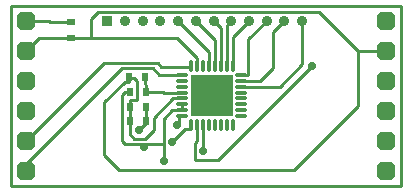
<source format=gbl>
G04 Layer_Physical_Order=2*
G04 Layer_Color=16711680*
%FSLAX44Y44*%
%MOMM*%
G71*
G01*
G75*
%ADD11C,0.2500*%
G04:AMPARAMS|DCode=12|XSize=1.6002mm|YSize=1.6002mm|CornerRadius=0mm|HoleSize=0mm|Usage=FLASHONLY|Rotation=270.000|XOffset=0mm|YOffset=0mm|HoleType=Round|Shape=Octagon|*
%AMOCTAGOND12*
4,1,8,-0.4001,-0.8001,0.4001,-0.8001,0.8001,-0.4001,0.8001,0.4001,0.4001,0.8001,-0.4001,0.8001,-0.8001,0.4001,-0.8001,-0.4001,-0.4001,-0.8001,0.0*
%
%ADD12OCTAGOND12*%

%ADD13R,0.8999X0.8999*%
%ADD14C,0.8999*%
%ADD15C,0.7000*%
G04:AMPARAMS|DCode=16|XSize=1mm|YSize=0.3mm|CornerRadius=0mm|HoleSize=0mm|Usage=FLASHONLY|Rotation=90.000|XOffset=0mm|YOffset=0mm|HoleType=Round|Shape=Octagon|*
%AMOCTAGOND16*
4,1,8,0.0750,0.5000,-0.0750,0.5000,-0.1500,0.4250,-0.1500,-0.4250,-0.0750,-0.5000,0.0750,-0.5000,0.1500,-0.4250,0.1500,0.4250,0.0750,0.5000,0.0*
%
%ADD16OCTAGOND16*%

G04:AMPARAMS|DCode=17|XSize=1mm|YSize=0.3mm|CornerRadius=0mm|HoleSize=0mm|Usage=FLASHONLY|Rotation=180.000|XOffset=0mm|YOffset=0mm|HoleType=Round|Shape=Octagon|*
%AMOCTAGOND17*
4,1,8,-0.5000,0.0750,-0.5000,-0.0750,-0.4250,-0.1500,0.4250,-0.1500,0.5000,-0.0750,0.5000,0.0750,0.4250,0.1500,-0.4250,0.1500,-0.5000,0.0750,0.0*
%
%ADD17OCTAGOND17*%

G04:AMPARAMS|DCode=18|XSize=1mm|YSize=0.35mm|CornerRadius=0mm|HoleSize=0mm|Usage=FLASHONLY|Rotation=270.000|XOffset=0mm|YOffset=0mm|HoleType=Round|Shape=Octagon|*
%AMOCTAGOND18*
4,1,8,-0.0875,-0.5000,0.0875,-0.5000,0.1750,-0.4125,0.1750,0.4125,0.0875,0.5000,-0.0875,0.5000,-0.1750,0.4125,-0.1750,-0.4125,-0.0875,-0.5000,0.0*
%
%ADD18OCTAGOND18*%

%ADD19R,0.6000X0.8000*%
%ADD20R,0.8000X0.6000*%
G36*
X188550Y275000D02*
X153550D01*
Y310000D01*
X188550D01*
Y275000D01*
D02*
G37*
D11*
X295050Y283800D02*
Y330200D01*
X240647Y229397D02*
X295050Y283800D01*
X92603Y229397D02*
X240647D01*
X295050Y330200D02*
X318770D01*
X261776Y363474D02*
X295050Y330200D01*
X74930Y363474D02*
X261776D01*
X80000Y242000D02*
X92603Y229397D01*
X80000Y242000D02*
Y287010D01*
X97282Y304292D01*
X13970Y228600D02*
Y234375D01*
X111146Y251387D02*
X130478D01*
X1270Y215900D02*
Y368300D01*
X331470D01*
Y215900D02*
Y368300D01*
X1270Y215900D02*
X331470D01*
X128364Y316992D02*
X153550D01*
X101492Y288290D02*
X107950D01*
X101242Y307086D02*
X105410D01*
X101242D02*
Y308150D01*
Y304292D02*
Y307086D01*
X97282Y304292D02*
X101242D01*
X130478Y251387D02*
Y272835D01*
Y236806D02*
Y251387D01*
X97790Y295656D02*
X101496D01*
X97857Y251387D02*
X111146D01*
X201930Y310000D02*
Y339979D01*
X143510Y269541D02*
Y275000D01*
X148106Y263750D02*
X153550D01*
X24892Y341122D02*
X52070D01*
X13970Y330200D02*
X24892Y341122D01*
X52070D02*
X141278D01*
X158550Y323850D01*
Y317500D02*
Y323850D01*
X69088Y341122D02*
Y357632D01*
X74930Y363474D01*
X101746Y259552D02*
Y270900D01*
Y259552D02*
X105410Y255888D01*
X114156D01*
X121666Y263398D01*
Y273744D01*
X137922Y290000D01*
X146050D01*
X34036Y354584D02*
X52070D01*
X33020Y355600D02*
X34036Y354584D01*
X13970Y355600D02*
X33020D01*
X101496Y295650D02*
Y295656D01*
X94996Y292862D02*
X97790Y295656D01*
X94996Y254248D02*
Y292862D01*
X130478Y272835D02*
X137643Y280000D01*
X146050D01*
X196050Y300000D02*
X228372D01*
X247551Y319179D01*
Y355600D01*
X188550Y317500D02*
Y341600D01*
X202550Y355600D01*
X183550Y317500D02*
Y351599D01*
X187551Y355600D01*
X173550Y317500D02*
Y339601D01*
X157551Y355600D02*
X173550Y339601D01*
X196050Y310000D02*
X201930D01*
Y339979D02*
X217551Y355600D01*
X196050Y305000D02*
X212090D01*
X223012Y315922D01*
Y346062D01*
X232550Y355600D01*
X163550Y245084D02*
Y267500D01*
X153550Y263750D02*
Y267500D01*
X137504Y253148D02*
X148106Y263750D01*
X158550Y254054D02*
Y267500D01*
X156718Y252222D02*
X158550Y254054D01*
X156718Y238252D02*
Y252222D01*
Y238252D02*
X176276D01*
X255524Y317500D01*
X115208Y268878D02*
Y270900D01*
X109220Y262890D02*
X115208Y268878D01*
X111146Y251387D02*
X113904Y248630D01*
X94996Y254248D02*
X97857Y251387D01*
X143510Y275000D02*
X146050D01*
X141550Y267581D02*
X143510Y269541D01*
X178550Y317500D02*
Y349600D01*
X172550Y355600D02*
X178550Y349600D01*
X142550Y355600D02*
X168550Y329600D01*
Y317500D02*
Y329600D01*
X153550Y316992D02*
Y317500D01*
X125455Y319901D02*
X128364Y316992D01*
X79871Y319901D02*
X125455D01*
X13970Y254000D02*
X79871Y319901D01*
X13970Y234375D02*
X94996Y315401D01*
X120904D01*
X126305Y310000D01*
X146050D01*
X105410Y307086D02*
X107950Y304546D01*
Y288290D02*
Y304546D01*
X101492Y283150D02*
Y288290D01*
Y277114D02*
Y283150D01*
Y277114D02*
X101746Y276860D01*
Y270900D02*
Y276860D01*
X146050Y280000D02*
Y285000D01*
X114954Y277114D02*
Y283150D01*
Y277114D02*
X115208Y276860D01*
Y270900D02*
Y276860D01*
X130698Y295000D02*
X146050D01*
X130048Y295650D02*
X130698Y295000D01*
X114958Y295650D02*
X130048D01*
X114704Y302006D02*
Y308150D01*
Y302006D02*
X114958Y301752D01*
Y295650D02*
Y301752D01*
D12*
X318770Y228600D02*
D03*
Y254000D02*
D03*
Y279400D02*
D03*
Y304800D02*
D03*
Y330200D02*
D03*
Y355600D02*
D03*
X13970Y228600D02*
D03*
Y254000D02*
D03*
Y279400D02*
D03*
Y304800D02*
D03*
Y330200D02*
D03*
Y355600D02*
D03*
D13*
X82550D02*
D03*
D14*
X97551D02*
D03*
X112550D02*
D03*
X127551D02*
D03*
X142550D02*
D03*
X157551D02*
D03*
X172550D02*
D03*
X187551D02*
D03*
X202550D02*
D03*
X217551D02*
D03*
X232550D02*
D03*
X247551D02*
D03*
D15*
X130478Y236806D02*
D03*
X163550Y245084D02*
D03*
X137504Y253148D02*
D03*
X255524Y317500D02*
D03*
X109220Y262890D02*
D03*
X113904Y248630D02*
D03*
X141550Y267581D02*
D03*
D16*
X153550Y317500D02*
D03*
X158550D02*
D03*
X163550D02*
D03*
X168550D02*
D03*
X173550D02*
D03*
X178550D02*
D03*
X183550D02*
D03*
X188550D02*
D03*
X183550Y267500D02*
D03*
X178550D02*
D03*
X173550D02*
D03*
X168550D02*
D03*
X163550D02*
D03*
X158550D02*
D03*
X153550D02*
D03*
D17*
X196050Y310000D02*
D03*
Y305000D02*
D03*
Y300000D02*
D03*
Y295000D02*
D03*
Y290000D02*
D03*
Y285000D02*
D03*
Y280000D02*
D03*
Y275000D02*
D03*
X146050D02*
D03*
Y280000D02*
D03*
Y285000D02*
D03*
Y290000D02*
D03*
Y295000D02*
D03*
Y300000D02*
D03*
Y305000D02*
D03*
Y310000D02*
D03*
D18*
X188550Y267500D02*
D03*
D19*
X114958Y295650D02*
D03*
X101496D02*
D03*
X114704Y308150D02*
D03*
X101242D02*
D03*
X114954Y283150D02*
D03*
X101492D02*
D03*
X101746Y270900D02*
D03*
X115208D02*
D03*
D20*
X52070Y354584D02*
D03*
Y341122D02*
D03*
M02*

</source>
